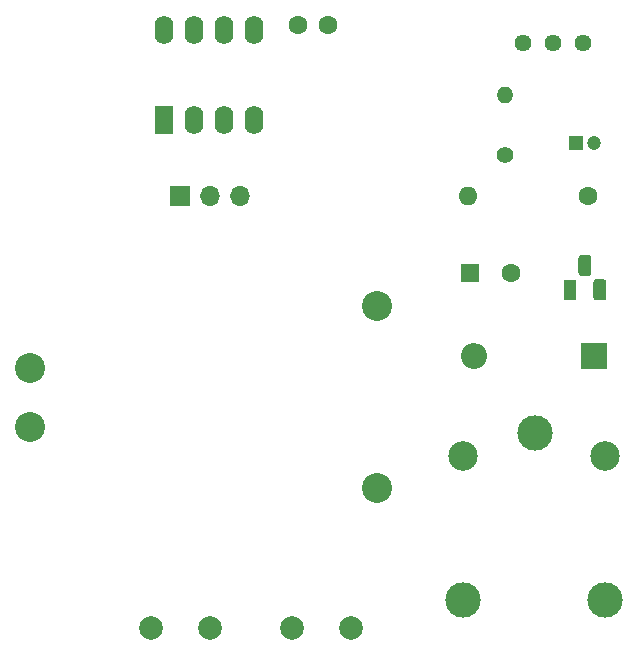
<source format=gtl>
G04 #@! TF.GenerationSoftware,KiCad,Pcbnew,5.0.2-bee76a0~70~ubuntu18.04.1*
G04 #@! TF.CreationDate,2019-03-14T10:40:12+05:30*
G04 #@! TF.ProjectId,occupancy,6f636375-7061-46e6-9379-2e6b69636164,rev?*
G04 #@! TF.SameCoordinates,Original*
G04 #@! TF.FileFunction,Copper,L1,Top*
G04 #@! TF.FilePolarity,Positive*
%FSLAX46Y46*%
G04 Gerber Fmt 4.6, Leading zero omitted, Abs format (unit mm)*
G04 Created by KiCad (PCBNEW 5.0.2-bee76a0~70~ubuntu18.04.1) date Thu Mar 14 10:40:12 2019*
%MOMM*%
%LPD*%
G01*
G04 APERTURE LIST*
G04 #@! TA.AperFunction,ComponentPad*
%ADD10C,1.600000*%
G04 #@! TD*
G04 #@! TA.AperFunction,ComponentPad*
%ADD11R,1.600000X1.600000*%
G04 #@! TD*
G04 #@! TA.AperFunction,ComponentPad*
%ADD12C,1.200000*%
G04 #@! TD*
G04 #@! TA.AperFunction,ComponentPad*
%ADD13R,1.200000X1.200000*%
G04 #@! TD*
G04 #@! TA.AperFunction,ComponentPad*
%ADD14O,2.200000X2.200000*%
G04 #@! TD*
G04 #@! TA.AperFunction,ComponentPad*
%ADD15R,2.200000X2.200000*%
G04 #@! TD*
G04 #@! TA.AperFunction,ComponentPad*
%ADD16O,1.700000X1.700000*%
G04 #@! TD*
G04 #@! TA.AperFunction,ComponentPad*
%ADD17R,1.700000X1.700000*%
G04 #@! TD*
G04 #@! TA.AperFunction,ComponentPad*
%ADD18C,3.000000*%
G04 #@! TD*
G04 #@! TA.AperFunction,ComponentPad*
%ADD19C,2.500000*%
G04 #@! TD*
G04 #@! TA.AperFunction,ComponentPad*
%ADD20R,1.100000X1.800000*%
G04 #@! TD*
G04 #@! TA.AperFunction,Conductor*
%ADD21C,0.100000*%
G04 #@! TD*
G04 #@! TA.AperFunction,ComponentPad*
%ADD22C,1.100000*%
G04 #@! TD*
G04 #@! TA.AperFunction,ComponentPad*
%ADD23C,1.440000*%
G04 #@! TD*
G04 #@! TA.AperFunction,ComponentPad*
%ADD24O,1.600000X2.400000*%
G04 #@! TD*
G04 #@! TA.AperFunction,ComponentPad*
%ADD25R,1.600000X2.400000*%
G04 #@! TD*
G04 #@! TA.AperFunction,ComponentPad*
%ADD26O,1.600000X1.600000*%
G04 #@! TD*
G04 #@! TA.AperFunction,ComponentPad*
%ADD27O,1.400000X1.400000*%
G04 #@! TD*
G04 #@! TA.AperFunction,ComponentPad*
%ADD28C,1.400000*%
G04 #@! TD*
G04 #@! TA.AperFunction,ComponentPad*
%ADD29C,2.000000*%
G04 #@! TD*
G04 #@! TA.AperFunction,ComponentPad*
%ADD30C,2.540000*%
G04 #@! TD*
G04 APERTURE END LIST*
D10*
G04 #@! TO.P,C1,2*
G04 #@! TO.N,GNDREF*
X150000000Y-78500000D03*
D11*
G04 #@! TO.P,C1,1*
G04 #@! TO.N,VCC*
X146500000Y-78500000D03*
G04 #@! TD*
D10*
G04 #@! TO.P,C2,2*
G04 #@! TO.N,GNDREF*
X134500000Y-57500000D03*
G04 #@! TO.P,C2,1*
G04 #@! TO.N,Net-(C2-Pad1)*
X132000000Y-57500000D03*
G04 #@! TD*
D12*
G04 #@! TO.P,C3,2*
G04 #@! TO.N,GNDREF*
X157000000Y-67500000D03*
D13*
G04 #@! TO.P,C3,1*
G04 #@! TO.N,Net-(C3-Pad1)*
X155500000Y-67500000D03*
G04 #@! TD*
D14*
G04 #@! TO.P,D1,2*
G04 #@! TO.N,Net-(D1-Pad2)*
X146840000Y-85500000D03*
D15*
G04 #@! TO.P,D1,1*
G04 #@! TO.N,VCC*
X157000000Y-85500000D03*
G04 #@! TD*
D16*
G04 #@! TO.P,J2,3*
G04 #@! TO.N,VCC*
X127040000Y-72000000D03*
G04 #@! TO.P,J2,2*
G04 #@! TO.N,Net-(J2-Pad2)*
X124500000Y-72000000D03*
D17*
G04 #@! TO.P,J2,1*
G04 #@! TO.N,GNDREF*
X121960000Y-72000000D03*
G04 #@! TD*
D18*
G04 #@! TO.P,K1,1*
G04 #@! TO.N,Net-(J1-Pad2)*
X152000000Y-92000000D03*
D19*
G04 #@! TO.P,K1,5*
G04 #@! TO.N,VCC*
X157950000Y-93950000D03*
D18*
G04 #@! TO.P,K1,4*
G04 #@! TO.N,Net-(J3-Pad2)*
X158000000Y-106200000D03*
G04 #@! TO.P,K1,3*
G04 #@! TO.N,Net-(J3-Pad1)*
X145950000Y-106150000D03*
D19*
G04 #@! TO.P,K1,2*
G04 #@! TO.N,Net-(D1-Pad2)*
X145950000Y-93950000D03*
G04 #@! TD*
D20*
G04 #@! TO.P,Q1,1*
G04 #@! TO.N,Net-(D1-Pad2)*
X155000000Y-79900000D03*
D21*
G04 #@! TD*
G04 #@! TO.N,GNDREF*
G04 #@! TO.C,Q1*
G36*
X157841955Y-79001324D02*
X157868650Y-79005284D01*
X157894828Y-79011841D01*
X157920238Y-79020933D01*
X157944634Y-79032472D01*
X157967782Y-79046346D01*
X157989458Y-79062422D01*
X158009454Y-79080546D01*
X158027578Y-79100542D01*
X158043654Y-79122218D01*
X158057528Y-79145366D01*
X158069067Y-79169762D01*
X158078159Y-79195172D01*
X158084716Y-79221350D01*
X158088676Y-79248045D01*
X158090000Y-79275000D01*
X158090000Y-80525000D01*
X158088676Y-80551955D01*
X158084716Y-80578650D01*
X158078159Y-80604828D01*
X158069067Y-80630238D01*
X158057528Y-80654634D01*
X158043654Y-80677782D01*
X158027578Y-80699458D01*
X158009454Y-80719454D01*
X157989458Y-80737578D01*
X157967782Y-80753654D01*
X157944634Y-80767528D01*
X157920238Y-80779067D01*
X157894828Y-80788159D01*
X157868650Y-80794716D01*
X157841955Y-80798676D01*
X157815000Y-80800000D01*
X157265000Y-80800000D01*
X157238045Y-80798676D01*
X157211350Y-80794716D01*
X157185172Y-80788159D01*
X157159762Y-80779067D01*
X157135366Y-80767528D01*
X157112218Y-80753654D01*
X157090542Y-80737578D01*
X157070546Y-80719454D01*
X157052422Y-80699458D01*
X157036346Y-80677782D01*
X157022472Y-80654634D01*
X157010933Y-80630238D01*
X157001841Y-80604828D01*
X156995284Y-80578650D01*
X156991324Y-80551955D01*
X156990000Y-80525000D01*
X156990000Y-79275000D01*
X156991324Y-79248045D01*
X156995284Y-79221350D01*
X157001841Y-79195172D01*
X157010933Y-79169762D01*
X157022472Y-79145366D01*
X157036346Y-79122218D01*
X157052422Y-79100542D01*
X157070546Y-79080546D01*
X157090542Y-79062422D01*
X157112218Y-79046346D01*
X157135366Y-79032472D01*
X157159762Y-79020933D01*
X157185172Y-79011841D01*
X157211350Y-79005284D01*
X157238045Y-79001324D01*
X157265000Y-79000000D01*
X157815000Y-79000000D01*
X157841955Y-79001324D01*
X157841955Y-79001324D01*
G37*
D22*
G04 #@! TO.P,Q1,3*
G04 #@! TO.N,GNDREF*
X157540000Y-79900000D03*
D21*
G04 #@! TD*
G04 #@! TO.N,Net-(C3-Pad1)*
G04 #@! TO.C,Q1*
G36*
X156571955Y-76931324D02*
X156598650Y-76935284D01*
X156624828Y-76941841D01*
X156650238Y-76950933D01*
X156674634Y-76962472D01*
X156697782Y-76976346D01*
X156719458Y-76992422D01*
X156739454Y-77010546D01*
X156757578Y-77030542D01*
X156773654Y-77052218D01*
X156787528Y-77075366D01*
X156799067Y-77099762D01*
X156808159Y-77125172D01*
X156814716Y-77151350D01*
X156818676Y-77178045D01*
X156820000Y-77205000D01*
X156820000Y-78455000D01*
X156818676Y-78481955D01*
X156814716Y-78508650D01*
X156808159Y-78534828D01*
X156799067Y-78560238D01*
X156787528Y-78584634D01*
X156773654Y-78607782D01*
X156757578Y-78629458D01*
X156739454Y-78649454D01*
X156719458Y-78667578D01*
X156697782Y-78683654D01*
X156674634Y-78697528D01*
X156650238Y-78709067D01*
X156624828Y-78718159D01*
X156598650Y-78724716D01*
X156571955Y-78728676D01*
X156545000Y-78730000D01*
X155995000Y-78730000D01*
X155968045Y-78728676D01*
X155941350Y-78724716D01*
X155915172Y-78718159D01*
X155889762Y-78709067D01*
X155865366Y-78697528D01*
X155842218Y-78683654D01*
X155820542Y-78667578D01*
X155800546Y-78649454D01*
X155782422Y-78629458D01*
X155766346Y-78607782D01*
X155752472Y-78584634D01*
X155740933Y-78560238D01*
X155731841Y-78534828D01*
X155725284Y-78508650D01*
X155721324Y-78481955D01*
X155720000Y-78455000D01*
X155720000Y-77205000D01*
X155721324Y-77178045D01*
X155725284Y-77151350D01*
X155731841Y-77125172D01*
X155740933Y-77099762D01*
X155752472Y-77075366D01*
X155766346Y-77052218D01*
X155782422Y-77030542D01*
X155800546Y-77010546D01*
X155820542Y-76992422D01*
X155842218Y-76976346D01*
X155865366Y-76962472D01*
X155889762Y-76950933D01*
X155915172Y-76941841D01*
X155941350Y-76935284D01*
X155968045Y-76931324D01*
X155995000Y-76930000D01*
X156545000Y-76930000D01*
X156571955Y-76931324D01*
X156571955Y-76931324D01*
G37*
D22*
G04 #@! TO.P,Q1,2*
G04 #@! TO.N,Net-(C3-Pad1)*
X156270000Y-77830000D03*
G04 #@! TD*
D23*
G04 #@! TO.P,RV1,3*
G04 #@! TO.N,GNDREF*
X156080000Y-59000000D03*
G04 #@! TO.P,RV1,2*
G04 #@! TO.N,Net-(R1-Pad2)*
X153540000Y-59000000D03*
G04 #@! TO.P,RV1,1*
G04 #@! TO.N,Net-(RV1-Pad1)*
X151000000Y-59000000D03*
G04 #@! TD*
D24*
G04 #@! TO.P,U2,8*
G04 #@! TO.N,VCC*
X120650000Y-57880000D03*
G04 #@! TO.P,U2,4*
G04 #@! TO.N,Net-(J2-Pad2)*
X128270000Y-65500000D03*
G04 #@! TO.P,U2,7*
G04 #@! TO.N,Net-(U2-Pad7)*
X123190000Y-57880000D03*
G04 #@! TO.P,U2,3*
G04 #@! TO.N,Net-(R2-Pad2)*
X125730000Y-65500000D03*
G04 #@! TO.P,U2,6*
G04 #@! TO.N,GNDREF*
X125730000Y-57880000D03*
G04 #@! TO.P,U2,2*
G04 #@! TO.N,Net-(R1-Pad2)*
X123190000Y-65500000D03*
G04 #@! TO.P,U2,5*
G04 #@! TO.N,Net-(C2-Pad1)*
X128270000Y-57880000D03*
D25*
G04 #@! TO.P,U2,1*
G04 #@! TO.N,GNDREF*
X120650000Y-65500000D03*
G04 #@! TD*
D26*
G04 #@! TO.P,R2,2*
G04 #@! TO.N,Net-(R2-Pad2)*
X146340000Y-72000000D03*
D10*
G04 #@! TO.P,R2,1*
G04 #@! TO.N,Net-(C3-Pad1)*
X156500000Y-72000000D03*
G04 #@! TD*
D27*
G04 #@! TO.P,R1,2*
G04 #@! TO.N,Net-(R1-Pad2)*
X149500000Y-63420000D03*
D28*
G04 #@! TO.P,R1,1*
G04 #@! TO.N,VCC*
X149500000Y-68500000D03*
G04 #@! TD*
D29*
G04 #@! TO.P,J1,1*
G04 #@! TO.N,Net-(J1-Pad1)*
X119500000Y-108500000D03*
G04 #@! TO.P,J1,2*
G04 #@! TO.N,Net-(J1-Pad2)*
X124500000Y-108500000D03*
G04 #@! TD*
G04 #@! TO.P,J3,1*
G04 #@! TO.N,Net-(J3-Pad1)*
X131500000Y-108500000D03*
G04 #@! TO.P,J3,2*
G04 #@! TO.N,Net-(J3-Pad2)*
X136500000Y-108500000D03*
G04 #@! TD*
D30*
G04 #@! TO.P,U1,2*
G04 #@! TO.N,Net-(J1-Pad1)*
X109300000Y-91500000D03*
G04 #@! TO.P,U1,1*
G04 #@! TO.N,Net-(J1-Pad2)*
X109300000Y-86500000D03*
G04 #@! TO.P,U1,3*
G04 #@! TO.N,GNDREF*
X138700000Y-81300000D03*
G04 #@! TO.P,U1,4*
G04 #@! TO.N,VCC*
X138700000Y-96700000D03*
G04 #@! TD*
M02*

</source>
